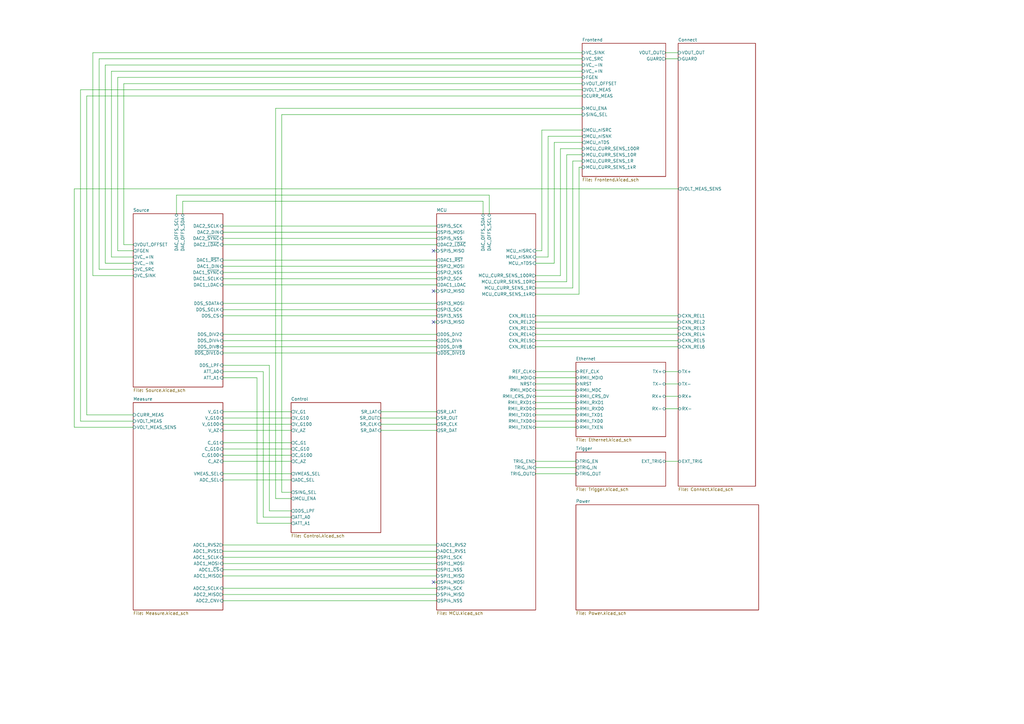
<source format=kicad_sch>
(kicad_sch (version 20211123) (generator eeschema)
  (paper "A3")
  (lib_symbols)
  (no_connect (at 177.8 119.38))
  (no_connect (at 177.8 238.76))
  (no_connect (at 177.8 102.87))
  (no_connect (at 177.8 132.08))
  (wire (pts (xy 177.8 102.87) (xy 179.07 102.87)))
  (wire (pts (xy 219.71 172.72) (xy 236.22 172.72)))
  (wire (pts (xy 232.41 115.57) (xy 232.41 63.5)))
  (wire (pts (xy 54.61 113.03) (xy 38.1 113.03)))
  (wire (pts (xy 219.71 113.03) (xy 229.87 113.03)))
  (wire (pts (xy 177.8 119.38) (xy 179.07 119.38)))
  (wire (pts (xy 48.26 102.87) (xy 48.26 31.75)))
  (wire (pts (xy 91.44 92.71) (xy 179.07 92.71)))
  (wire (pts (xy 234.95 118.11) (xy 234.95 66.04)))
  (wire (pts (xy 119.38 209.55) (xy 110.49 209.55)))
  (wire (pts (xy 35.56 170.18) (xy 35.56 39.37)))
  (wire (pts (xy 273.05 157.48) (xy 278.13 157.48)))
  (wire (pts (xy 35.56 39.37) (xy 238.76 39.37)))
  (wire (pts (xy 229.87 113.03) (xy 229.87 60.96)))
  (wire (pts (xy 91.44 228.6) (xy 179.07 228.6)))
  (wire (pts (xy 54.61 170.18) (xy 35.56 170.18)))
  (wire (pts (xy 91.44 246.38) (xy 179.07 246.38)))
  (wire (pts (xy 74.93 82.55) (xy 74.93 87.63)))
  (wire (pts (xy 273.05 189.23) (xy 278.13 189.23)))
  (wire (pts (xy 91.44 184.15) (xy 119.38 184.15)))
  (wire (pts (xy 224.79 105.41) (xy 224.79 55.88)))
  (wire (pts (xy 91.44 223.52) (xy 179.07 223.52)))
  (wire (pts (xy 119.38 214.63) (xy 105.41 214.63)))
  (wire (pts (xy 54.61 110.49) (xy 40.64 110.49)))
  (wire (pts (xy 219.71 162.56) (xy 236.22 162.56)))
  (wire (pts (xy 91.44 97.79) (xy 179.07 97.79)))
  (wire (pts (xy 54.61 105.41) (xy 45.72 105.41)))
  (wire (pts (xy 40.64 110.49) (xy 40.64 24.13)))
  (wire (pts (xy 219.71 118.11) (xy 234.95 118.11)))
  (wire (pts (xy 273.05 152.4) (xy 278.13 152.4)))
  (wire (pts (xy 91.44 181.61) (xy 119.38 181.61)))
  (wire (pts (xy 119.38 212.09) (xy 107.95 212.09)))
  (wire (pts (xy 219.71 165.1) (xy 236.22 165.1)))
  (wire (pts (xy 219.71 115.57) (xy 232.41 115.57)))
  (wire (pts (xy 91.44 231.14) (xy 179.07 231.14)))
  (wire (pts (xy 219.71 189.23) (xy 236.22 189.23)))
  (wire (pts (xy 54.61 102.87) (xy 48.26 102.87)))
  (wire (pts (xy 91.44 189.23) (xy 119.38 189.23)))
  (wire (pts (xy 219.71 152.4) (xy 236.22 152.4)))
  (wire (pts (xy 200.66 80.01) (xy 200.66 87.63)))
  (wire (pts (xy 227.33 58.42) (xy 238.76 58.42)))
  (wire (pts (xy 54.61 107.95) (xy 43.18 107.95)))
  (wire (pts (xy 38.1 21.59) (xy 238.76 21.59)))
  (wire (pts (xy 219.71 107.95) (xy 227.33 107.95)))
  (wire (pts (xy 219.71 142.24) (xy 278.13 142.24)))
  (wire (pts (xy 115.57 201.93) (xy 115.57 46.99)))
  (wire (pts (xy 177.8 238.76) (xy 179.07 238.76)))
  (wire (pts (xy 45.72 105.41) (xy 45.72 29.21)))
  (wire (pts (xy 54.61 175.26) (xy 30.48 175.26)))
  (wire (pts (xy 91.44 233.68) (xy 179.07 233.68)))
  (wire (pts (xy 91.44 241.3) (xy 179.07 241.3)))
  (wire (pts (xy 110.49 209.55) (xy 110.49 149.86)))
  (wire (pts (xy 234.95 66.04) (xy 238.76 66.04)))
  (wire (pts (xy 219.71 175.26) (xy 236.22 175.26)))
  (wire (pts (xy 91.44 127) (xy 179.07 127)))
  (wire (pts (xy 91.44 236.22) (xy 179.07 236.22)))
  (wire (pts (xy 156.21 176.53) (xy 179.07 176.53)))
  (wire (pts (xy 219.71 157.48) (xy 236.22 157.48)))
  (wire (pts (xy 237.49 120.65) (xy 237.49 68.58)))
  (wire (pts (xy 91.44 173.99) (xy 119.38 173.99)))
  (wire (pts (xy 156.21 168.91) (xy 179.07 168.91)))
  (wire (pts (xy 54.61 172.72) (xy 33.02 172.72)))
  (wire (pts (xy 74.93 82.55) (xy 198.12 82.55)))
  (wire (pts (xy 219.71 194.31) (xy 236.22 194.31)))
  (wire (pts (xy 33.02 36.83) (xy 238.76 36.83)))
  (wire (pts (xy 177.8 132.08) (xy 179.07 132.08)))
  (wire (pts (xy 156.21 173.99) (xy 179.07 173.99)))
  (wire (pts (xy 91.44 226.06) (xy 179.07 226.06)))
  (wire (pts (xy 50.8 100.33) (xy 50.8 34.29)))
  (wire (pts (xy 91.44 114.3) (xy 179.07 114.3)))
  (wire (pts (xy 219.71 120.65) (xy 237.49 120.65)))
  (wire (pts (xy 219.71 105.41) (xy 224.79 105.41)))
  (wire (pts (xy 43.18 107.95) (xy 43.18 26.67)))
  (wire (pts (xy 219.71 191.77) (xy 236.22 191.77)))
  (wire (pts (xy 224.79 55.88) (xy 238.76 55.88)))
  (wire (pts (xy 219.71 102.87) (xy 222.25 102.87)))
  (wire (pts (xy 91.44 196.85) (xy 119.38 196.85)))
  (wire (pts (xy 105.41 154.94) (xy 91.44 154.94)))
  (wire (pts (xy 91.44 116.84) (xy 179.07 116.84)))
  (wire (pts (xy 43.18 26.67) (xy 238.76 26.67)))
  (wire (pts (xy 273.05 167.64) (xy 278.13 167.64)))
  (wire (pts (xy 113.03 44.45) (xy 238.76 44.45)))
  (wire (pts (xy 91.44 243.84) (xy 179.07 243.84)))
  (wire (pts (xy 229.87 60.96) (xy 238.76 60.96)))
  (wire (pts (xy 91.44 137.16) (xy 179.07 137.16)))
  (wire (pts (xy 273.05 24.13) (xy 278.13 24.13)))
  (wire (pts (xy 91.44 111.76) (xy 179.07 111.76)))
  (wire (pts (xy 107.95 152.4) (xy 91.44 152.4)))
  (wire (pts (xy 91.44 106.68) (xy 179.07 106.68)))
  (wire (pts (xy 219.71 137.16) (xy 278.13 137.16)))
  (wire (pts (xy 273.05 21.59) (xy 278.13 21.59)))
  (wire (pts (xy 219.71 170.18) (xy 236.22 170.18)))
  (wire (pts (xy 91.44 95.25) (xy 179.07 95.25)))
  (wire (pts (xy 91.44 142.24) (xy 179.07 142.24)))
  (wire (pts (xy 91.44 194.31) (xy 119.38 194.31)))
  (wire (pts (xy 237.49 68.58) (xy 238.76 68.58)))
  (wire (pts (xy 38.1 113.03) (xy 38.1 21.59)))
  (wire (pts (xy 107.95 212.09) (xy 107.95 152.4)))
  (wire (pts (xy 91.44 129.54) (xy 179.07 129.54)))
  (wire (pts (xy 110.49 149.86) (xy 91.44 149.86)))
  (wire (pts (xy 72.39 80.01) (xy 200.66 80.01)))
  (wire (pts (xy 91.44 124.46) (xy 179.07 124.46)))
  (wire (pts (xy 227.33 107.95) (xy 227.33 58.42)))
  (wire (pts (xy 232.41 63.5) (xy 238.76 63.5)))
  (wire (pts (xy 222.25 53.34) (xy 238.76 53.34)))
  (wire (pts (xy 273.05 162.56) (xy 278.13 162.56)))
  (wire (pts (xy 119.38 204.47) (xy 113.03 204.47)))
  (wire (pts (xy 219.71 160.02) (xy 236.22 160.02)))
  (wire (pts (xy 219.71 139.7) (xy 278.13 139.7)))
  (wire (pts (xy 50.8 34.29) (xy 238.76 34.29)))
  (wire (pts (xy 91.44 139.7) (xy 179.07 139.7)))
  (wire (pts (xy 91.44 144.78) (xy 179.07 144.78)))
  (wire (pts (xy 91.44 171.45) (xy 119.38 171.45)))
  (wire (pts (xy 219.71 134.62) (xy 278.13 134.62)))
  (wire (pts (xy 219.71 154.94) (xy 236.22 154.94)))
  (wire (pts (xy 219.71 167.64) (xy 236.22 167.64)))
  (wire (pts (xy 105.41 214.63) (xy 105.41 154.94)))
  (wire (pts (xy 91.44 100.33) (xy 179.07 100.33)))
  (wire (pts (xy 198.12 82.55) (xy 198.12 87.63)))
  (wire (pts (xy 91.44 168.91) (xy 119.38 168.91)))
  (wire (pts (xy 48.26 31.75) (xy 238.76 31.75)))
  (wire (pts (xy 156.21 171.45) (xy 179.07 171.45)))
  (wire (pts (xy 72.39 87.63) (xy 72.39 80.01)))
  (wire (pts (xy 113.03 204.47) (xy 113.03 44.45)))
  (wire (pts (xy 30.48 175.26) (xy 30.48 77.47)))
  (wire (pts (xy 91.44 109.22) (xy 179.07 109.22)))
  (wire (pts (xy 40.64 24.13) (xy 238.76 24.13)))
  (wire (pts (xy 222.25 102.87) (xy 222.25 53.34)))
  (wire (pts (xy 91.44 176.53) (xy 119.38 176.53)))
  (wire (pts (xy 219.71 129.54) (xy 278.13 129.54)))
  (wire (pts (xy 33.02 172.72) (xy 33.02 36.83)))
  (wire (pts (xy 54.61 100.33) (xy 50.8 100.33)))
  (wire (pts (xy 45.72 29.21) (xy 238.76 29.21)))
  (wire (pts (xy 119.38 201.93) (xy 115.57 201.93)))
  (wire (pts (xy 30.48 77.47) (xy 278.13 77.47)))
  (wire (pts (xy 115.57 46.99) (xy 238.76 46.99)))
  (wire (pts (xy 91.44 186.69) (xy 119.38 186.69)))
  (wire (pts (xy 219.71 132.08) (xy 278.13 132.08)))
  (sheet (at 179.07 87.63) (size 40.64 162.56) (stroke (width 0.1524))
    (property "Sheet name" "MCU" (at 179.07 86.9184 0) (effects (justify left bottom)))
    (property "Sheet file" "MCU.kicad_sch" (at 179.07 250.7746 0) (effects (justify left top)))
    (pin "RMII_RXD1" bidirectional (at 219.71 165.1 0))
    (pin "RMII_RXD0" bidirectional (at 219.71 167.64 0))
    (pin "RMII_MDC" bidirectional (at 219.71 160.02 0))
    (pin "REF_CLK" bidirectional (at 219.71 152.4 0))
    (pin "RMII_MDIO" bidirectional (at 219.71 154.94 0))
    (pin "RMII_CRS_DV" bidirectional (at 219.71 162.56 0))
    (pin "NRST" bidirectional (at 219.71 157.48 0))
    (pin "CXN_REL2" output (at 219.71 132.08 0))
    (pin "CXN_REL1" output (at 219.71 129.54 0))
    (pin "TRIG_OUT" output (at 219.71 194.31 0))
    (pin "RMII_TXEN" bidirectional (at 219.71 175.26 0))
    (pin "RMII_TXD0" bidirectional (at 219.71 172.72 0))
    (pin "TRIG_EN" output (at 219.71 189.23 0))
    (pin "TRIG_IN" input (at 219.71 191.77 0))
    (pin "CXN_REL5" output (at 219.71 139.7 0))
    (pin "CXN_REL4" output (at 219.71 137.16 0))
    (pin "CXN_REL3" output (at 219.71 134.62 0))
    (pin "RMII_TXD1" bidirectional (at 219.71 170.18 0))
    (pin "SPI1_NSS" output (at 179.07 233.68 180))
    (pin "SPI3_NSS" output (at 179.07 129.54 180))
    (pin "SPI1_SCK" output (at 179.07 228.6 180))
    (pin "SPI1_MISO" input (at 179.07 236.22 180))
    (pin "SPI5_NSS" output (at 179.07 97.79 180))
    (pin "SPI5_SCK" output (at 179.07 92.71 180))
    (pin "SPI5_MOSI" output (at 179.07 95.25 180))
    (pin "SPI5_MISO" input (at 179.07 102.87 180))
    (pin "SPI3_SCK" output (at 179.07 127 180))
    (pin "SPI3_MOSI" output (at 179.07 124.46 180))
    (pin "SPI3_MISO" input (at 179.07 132.08 180))
    (pin "SPI4_SCK" output (at 179.07 241.3 180))
    (pin "SPI4_NSS" output (at 179.07 246.38 180))
    (pin "SPI4_MISO" input (at 179.07 243.84 180))
    (pin "SPI4_MOSI" output (at 179.07 238.76 180))
    (pin "SPI2_NSS" output (at 179.07 111.76 180))
    (pin "SPI1_MOSI" output (at 179.07 231.14 180))
    (pin "SPI2_MOSI" output (at 179.07 109.22 180))
    (pin "SPI2_SCK" output (at 179.07 114.3 180))
    (pin "SPI2_MISO" input (at 179.07 119.38 180))
    (pin "~{DDS_DIV10}" output (at 179.07 144.78 180))
    (pin "DDS_DIV8" output (at 179.07 142.24 180))
    (pin "DDS_DIV4" output (at 179.07 139.7 180))
    (pin "DDS_DIV2" output (at 179.07 137.16 180))
    (pin "ADC1_RVS1" input (at 179.07 226.06 180))
    (pin "ADC1_RVS2" input (at 179.07 223.52 180))
    (pin "MCU_nISNK" input (at 219.71 105.41 0))
    (pin "MCU_nTDS" input (at 219.71 107.95 0))
    (pin "MCU_nISRC" input (at 219.71 102.87 0))
    (pin "SR_OUT" input (at 179.07 171.45 180))
    (pin "SR_LAT" output (at 179.07 168.91 180))
    (pin "SR_CLK" output (at 179.07 173.99 180))
    (pin "SR_DAT" output (at 179.07 176.53 180))
    (pin "DAC2_~{LDAC}" output (at 179.07 100.33 180))
    (pin "DAC1_~{RST}" output (at 179.07 106.68 180))
    (pin "DAC1_LDAC" output (at 179.07 116.84 180))
    (pin "MCU_CURR_SENS_1R" output (at 219.71 118.11 0))
    (pin "MCU_CURR_SENS_10R" output (at 219.71 115.57 0))
    (pin "MCU_CURR_SENS_100R" output (at 219.71 113.03 0))
    (pin "MCU_CURR_SENS_1kR" output (at 219.71 120.65 0))
    (pin "CXN_REL6" output (at 219.71 142.24 0))
    (pin "DAC_OFFS_SCL" bidirectional (at 200.66 87.63 90))
    (pin "DAC_OFFS_SDA" bidirectional (at 198.12 87.63 90))
  )
  (sheet (at 236.22 207.01) (size 74.93 43.18) (stroke (width 0.1524))
    (property "Sheet name" "Power" (at 236.22 206.2984 0) (effects (justify left bottom)))
    (property "Sheet file" "Power.kicad_sch" (at 236.22 250.7746 0) (effects (justify left top)))
  )
  (sheet (at 119.38 165.1) (size 36.83 53.34) (stroke (width 0.1524))
    (property "Sheet name" "Control" (at 119.38 164.3884 0) (effects (justify left bottom)))
    (property "Sheet file" "Control.kicad_sch" (at 119.38 219.0246 0) (effects (justify left top)))
    (pin "C_G100" output (at 119.38 186.69 180))
    (pin "C_G1" output (at 119.38 181.61 180))
    (pin "C_G10" output (at 119.38 184.15 180))
    (pin "C_AZ" output (at 119.38 189.23 180))
    (pin "V_G100" output (at 119.38 173.99 180))
    (pin "V_AZ" output (at 119.38 176.53 180))
    (pin "V_G1" output (at 119.38 168.91 180))
    (pin "V_G10" output (at 119.38 171.45 180))
    (pin "MCU_ENA" output (at 119.38 204.47 180))
    (pin "VMEAS_SEL" output (at 119.38 194.31 180))
    (pin "SING_SEL" output (at 119.38 201.93 180))
    (pin "ATT_A0" output (at 119.38 212.09 180))
    (pin "ATT_A1" output (at 119.38 214.63 180))
    (pin "DDS_LPF" output (at 119.38 209.55 180))
    (pin "ADC_SEL" output (at 119.38 196.85 180))
    (pin "SR_LAT" input (at 156.21 168.91 0))
    (pin "SR_OUT" output (at 156.21 171.45 0))
    (pin "SR_CLK" input (at 156.21 173.99 0))
    (pin "SR_DAT" input (at 156.21 176.53 0))
  )
  (sheet (at 238.76 17.78) (size 34.29 54.61) (stroke (width 0.1524))
    (property "Sheet name" "Frontend" (at 238.76 17.0684 0) (effects (justify left bottom)))
    (property "Sheet file" "Frontend.kicad_sch" (at 238.76 72.9746 0) (effects (justify left top)))
    (pin "VC_SINK" input (at 238.76 21.59 180))
    (pin "VC_SRC" input (at 238.76 24.13 180))
    (pin "VC_-IN" input (at 238.76 26.67 180))
    (pin "MCU_nISRC" output (at 238.76 53.34 180))
    (pin "MCU_nISNK" output (at 238.76 55.88 180))
    (pin "MCU_nTDS" output (at 238.76 58.42 180))
    (pin "MCU_ENA" input (at 238.76 44.45 180))
    (pin "VC_+IN" input (at 238.76 29.21 180))
    (pin "VOUT_OUT" output (at 273.05 21.59 0))
    (pin "CURR_MEAS" output (at 238.76 39.37 180))
    (pin "VOLT_MEAS" output (at 238.76 36.83 180))
    (pin "FGEN" input (at 238.76 31.75 180))
    (pin "SING_SEL" input (at 238.76 46.99 180))
    (pin "MCU_CURR_SENS_100R" input (at 238.76 60.96 180))
    (pin "MCU_CURR_SENS_10R" input (at 238.76 63.5 180))
    (pin "MCU_CURR_SENS_1R" input (at 238.76 66.04 180))
    (pin "MCU_CURR_SENS_1kR" input (at 238.76 68.58 180))
    (pin "GUARD" output (at 273.05 24.13 0))
    (pin "VOUT_OFFSET" input (at 238.76 34.29 180))
  )
  (sheet (at 54.61 165.1) (size 36.83 85.09) (stroke (width 0.1524))
    (property "Sheet name" "Measure" (at 54.61 164.3884 0) (effects (justify left bottom)))
    (property "Sheet file" "Measure.kicad_sch" (at 54.61 250.7746 0) (effects (justify left top)))
    (pin "V_G1" input (at 91.44 168.91 0))
    (pin "V_G10" input (at 91.44 171.45 0))
    (pin "CURR_MEAS" input (at 54.61 170.18 180))
    (pin "V_G100" input (at 91.44 173.99 0))
    (pin "V_AZ" input (at 91.44 176.53 0))
    (pin "VOLT_MEAS" input (at 54.61 172.72 180))
    (pin "C_G1" input (at 91.44 181.61 0))
    (pin "C_G10" input (at 91.44 184.15 0))
    (pin "C_G100" input (at 91.44 186.69 0))
    (pin "C_AZ" input (at 91.44 189.23 0))
    (pin "VOLT_MEAS_SENS" input (at 54.61 175.26 180))
    (pin "VMEAS_SEL" input (at 91.44 194.31 0))
    (pin "ADC_SEL" input (at 91.44 196.85 0))
    (pin "ADC1_RVS1" output (at 91.44 226.06 0))
    (pin "ADC1_SCLK" input (at 91.44 228.6 0))
    (pin "ADC1_MOSI" input (at 91.44 231.14 0))
    (pin "ADC1_~{CS}" input (at 91.44 233.68 0))
    (pin "ADC1_RVS2" output (at 91.44 223.52 0))
    (pin "ADC1_MISO" output (at 91.44 236.22 0))
    (pin "ADC2_SCLK" input (at 91.44 241.3 0))
    (pin "ADC2_MISO" output (at 91.44 243.84 0))
    (pin "ADC2_CNV" input (at 91.44 246.38 0))
  )
  (sheet (at 236.22 148.59) (size 36.83 30.48) (stroke (width 0.1524))
    (property "Sheet name" "Ethernet" (at 236.22 147.8784 0) (effects (justify left bottom)))
    (property "Sheet file" "Ethernet.kicad_sch" (at 236.22 179.6546 0) (effects (justify left top)))
    (pin "TX+" bidirectional (at 273.05 152.4 0))
    (pin "TX-" bidirectional (at 273.05 157.48 0))
    (pin "RX+" bidirectional (at 273.05 162.56 0))
    (pin "RX-" bidirectional (at 273.05 167.64 0))
    (pin "REF_CLK" bidirectional (at 236.22 152.4 180))
    (pin "RMII_MDIO" bidirectional (at 236.22 154.94 180))
    (pin "NRST" bidirectional (at 236.22 157.48 180))
    (pin "RMII_MDC" bidirectional (at 236.22 160.02 180))
    (pin "RMII_CRS_DV" bidirectional (at 236.22 162.56 180))
    (pin "RMII_RXD1" bidirectional (at 236.22 165.1 180))
    (pin "RMII_RXD0" bidirectional (at 236.22 167.64 180))
    (pin "RMII_TXD1" bidirectional (at 236.22 170.18 180))
    (pin "RMII_TXD0" bidirectional (at 236.22 172.72 180))
    (pin "RMII_TXEN" bidirectional (at 236.22 175.26 180))
  )
  (sheet (at 278.13 17.78) (size 31.75 181.61) (stroke (width 0.1524))
    (property "Sheet name" "Connect" (at 278.13 17.0684 0) (effects (justify left bottom)))
    (property "Sheet file" "Connect.kicad_sch" (at 278.13 199.9746 0) (effects (justify left top)))
    (pin "CXN_REL5" input (at 278.13 139.7 180))
    (pin "CXN_REL4" input (at 278.13 137.16 180))
    (pin "CXN_REL3" input (at 278.13 134.62 180))
    (pin "CXN_REL2" input (at 278.13 132.08 180))
    (pin "CXN_REL1" input (at 278.13 129.54 180))
    (pin "EXT_TRIG" bidirectional (at 278.13 189.23 180))
    (pin "RX+" bidirectional (at 278.13 162.56 180))
    (pin "TX+" bidirectional (at 278.13 152.4 180))
    (pin "TX-" bidirectional (at 278.13 157.48 180))
    (pin "RX-" bidirectional (at 278.13 167.64 180))
    (pin "VOUT_OUT" input (at 278.13 21.59 180))
    (pin "VOLT_MEAS_SENS" output (at 278.13 77.47 180))
    (pin "CXN_REL6" input (at 278.13 142.24 180))
    (pin "GUARD" input (at 278.13 24.13 180))
  )
  (sheet (at 54.61 87.63) (size 36.83 71.12) (stroke (width 0.1524))
    (property "Sheet name" "Source" (at 54.61 86.9184 0) (effects (justify left bottom)))
    (property "Sheet file" "Source.kicad_sch" (at 54.61 159.3346 0) (effects (justify left top)))
    (pin "VC_-IN" output (at 54.61 107.95 180))
    (pin "VC_SINK" output (at 54.61 113.03 180))
    (pin "VC_SRC" output (at 54.61 110.49 180))
    (pin "VC_+IN" output (at 54.61 105.41 180))
    (pin "DDS_LPF" input (at 91.44 149.86 0))
    (pin "ATT_A0" input (at 91.44 152.4 0))
    (pin "ATT_A1" input (at 91.44 154.94 0))
    (pin "FGEN" output (at 54.61 102.87 180))
    (pin "DAC1_SCLK" input (at 91.44 114.3 0))
    (pin "DAC1_DIN" input (at 91.44 109.22 0))
    (pin "DAC1_~{SYNC}" input (at 91.44 111.76 0))
    (pin "DAC1_LDAC" input (at 91.44 116.84 0))
    (pin "DAC2_~{LDAC}" input (at 91.44 100.33 0))
    (pin "DAC2_SCLK" input (at 91.44 92.71 0))
    (pin "DAC2_DIN" input (at 91.44 95.25 0))
    (pin "DAC2_~{SYNC}" input (at 91.44 97.79 0))
    (pin "DDS_SDATA" input (at 91.44 124.46 0))
    (pin "DDS_SCLK" input (at 91.44 127 0))
    (pin "DDS_CS" input (at 91.44 129.54 0))
    (pin "DDS_DIV4" input (at 91.44 139.7 0))
    (pin "DDS_DIV8" input (at 91.44 142.24 0))
    (pin "DDS_DIV2" input (at 91.44 137.16 0))
    (pin "~{DDS_DIV10}" input (at 91.44 144.78 0))
    (pin "DAC1_~{RST}" input (at 91.44 106.68 0))
    (pin "DAC_OFFS_SCL" bidirectional (at 72.39 87.63 90))
    (pin "DAC_OFFS_SDA" bidirectional (at 74.93 87.63 90))
    (pin "VOUT_OFFSET" output (at 54.61 100.33 180))
  )
  (sheet (at 236.22 185.42) (size 36.83 13.97) (stroke (width 0.1524))
    (property "Sheet name" "Trigger" (at 236.22 184.7084 0) (effects (justify left bottom)))
    (property "Sheet file" "Trigger.kicad_sch" (at 236.22 199.9746 0) (effects (justify left top)))
    (pin "EXT_TRIG" bidirectional (at 273.05 189.23 0))
    (pin "TRIG_EN" input (at 236.22 189.23 180))
    (pin "TRIG_IN" output (at 236.22 191.77 180))
    (pin "TRIG_OUT" input (at 236.22 194.31 180))
  )
)
</source>
